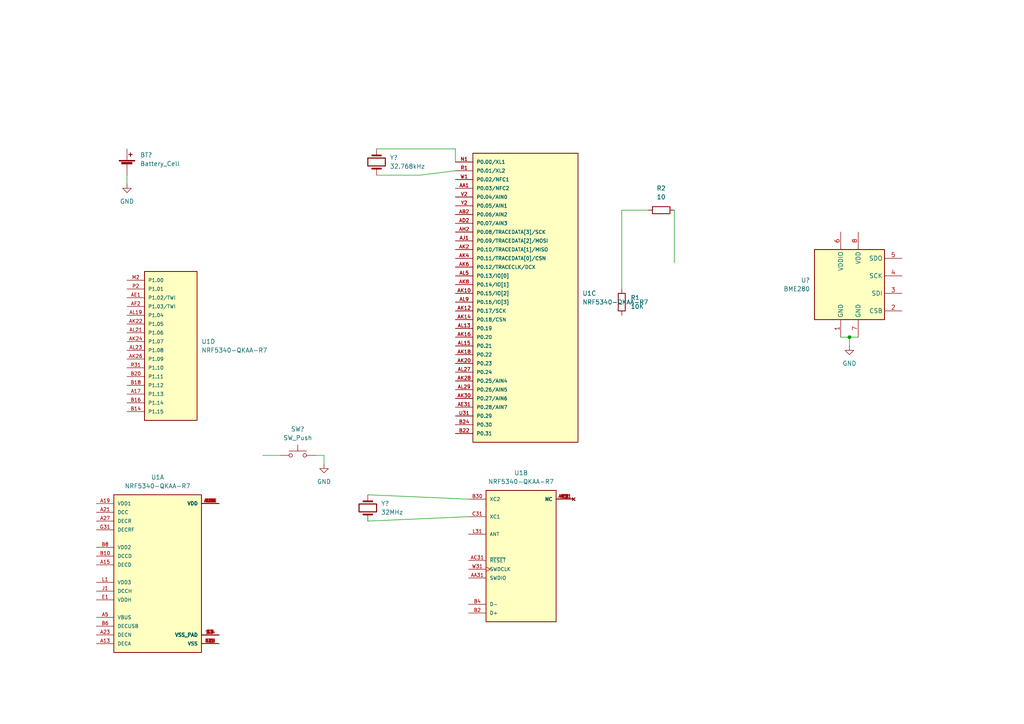
<source format=kicad_sch>
(kicad_sch (version 20211123) (generator eeschema)
  (paper "A4")
  (lib_symbols
    (symbol "Device:Battery_Cell" (pin_numbers hide) (pin_names (offset 0) hide)
      (property "Reference" "BT" (at 2.54 2.54 0))
      (property "Value" "Battery_Cell" (at 2.54 0 0))
      (symbol "Battery_Cell_0_1"
        (rectangle (start -2.286 1.778) (end 2.286 1.524) (fill (type outline)))
        (rectangle (start -1.5748 1.1938) (end 1.4732 0.6858) (fill (type outline)))
        (polyline (pts (xy 0 0.762) (xy 0 0)))
        (polyline (pts (xy 0 1.778) (xy 0 2.54)))
        (polyline (pts (xy 0.508 3.429) (xy 1.524 3.429)) (stroke (width 0.254)))
        (polyline (pts (xy 1.016 3.937) (xy 1.016 2.921)) (stroke (width 0.254)))
      )
      (symbol "Battery_Cell_1_1"
        (pin passive line (at 0 5.08 270) (length 2.54) (name "+") (number "1"))
        (pin passive line (at 0 -2.54 90) (length 2.54) (name "-") (number "2"))
      )
    )
    (symbol "Device:Crystal" (pin_numbers hide) (pin_names (offset 1.016) hide)
      (property "Reference" "Y" (at 0 3.81 0))
      (property "Value" "Crystal" (at 0 -3.81 0))
      (symbol "Crystal_0_1"
        (rectangle (start -1.143 2.54) (end 1.143 -2.54) (stroke (width 0.3048)))
        (polyline (pts (xy -2.54 0) (xy -1.905 0)))
        (polyline (pts (xy -1.905 -1.27) (xy -1.905 1.27)) (stroke (width 0.508)))
        (polyline (pts (xy 1.905 -1.27) (xy 1.905 1.27)) (stroke (width 0.508)))
        (polyline (pts (xy 2.54 0) (xy 1.905 0)))
      )
      (symbol "Crystal_1_1"
        (pin passive line (at -3.81 0 0) (length 1.27) (name "1") (number "1"))
        (pin passive line (at 3.81 0 180) (length 1.27) (name "2") (number "2"))
      )
    )
    (symbol "Device:R" (pin_numbers hide) (pin_names (offset 0))
      (property "Reference" "R" (at 2.032 0 90))
      (property "Value" "R" (at 0 0 90))
      (symbol "R_0_1"
        (rectangle (start -1.016 -2.54) (end 1.016 2.54) (stroke (width 0.254)))
      )
      (symbol "R_1_1"
        (pin passive line (at 0 3.81 270) (length 1.27) (name "~") (number "1"))
        (pin passive line (at 0 -3.81 90) (length 1.27) (name "~") (number "2"))
      )
    )
    (symbol "NRF5340-QKAA-R7:NRF5340-QKAA-R7" (pin_names (offset 1.016))
      (property "Reference" "U" (at -12.7 23.622 0))
      (property "Value" "NRF5340-QKAA-R7" (at -12.7 -25.4 0))
      (symbol "NRF5340-QKAA-R7_1_0"
        (rectangle (start -12.7 -22.86) (end 12.7 22.86) (stroke (width 0.254)) (fill (type background)))
        (pin power_in line (at 17.78 -17.78 180) (length 5.08) (name "VSS_PAD") (number "104"))
        (pin power_in line (at 17.78 -17.78 180) (length 5.08) (name "VSS_PAD") (number "35"))
        (pin power_in line (at 17.78 -17.78 180) (length 5.08) (name "VSS_PAD") (number "36"))
        (pin power_in line (at 17.78 -17.78 180) (length 5.08) (name "VSS_PAD") (number "37"))
        (pin power_in line (at 17.78 -17.78 180) (length 5.08) (name "VSS_PAD") (number "38"))
        (pin power_in line (at 17.78 -17.78 180) (length 5.08) (name "VSS_PAD") (number "39"))
        (pin power_in line (at 17.78 -17.78 180) (length 5.08) (name "VSS_PAD") (number "40"))
        (pin power_in line (at 17.78 -17.78 180) (length 5.08) (name "VSS_PAD") (number "41"))
        (pin power_in line (at 17.78 -17.78 180) (length 5.08) (name "VSS_PAD") (number "43"))
        (pin power_in line (at 17.78 -17.78 180) (length 5.08) (name "VSS_PAD") (number "44"))
        (pin power_in line (at 17.78 -17.78 180) (length 5.08) (name "VSS_PAD") (number "45"))
        (pin power_in line (at 17.78 -17.78 180) (length 5.08) (name "VSS_PAD") (number "46"))
        (pin power_in line (at 17.78 -17.78 180) (length 5.08) (name "VSS_PAD") (number "47"))
        (pin power_in line (at 17.78 -17.78 180) (length 5.08) (name "VSS_PAD") (number "48"))
        (pin power_in line (at 17.78 -17.78 180) (length 5.08) (name "VSS_PAD") (number "49"))
        (pin power_in line (at 17.78 -17.78 180) (length 5.08) (name "VSS_PAD") (number "50"))
        (pin power_in line (at 17.78 -17.78 180) (length 5.08) (name "VSS_PAD") (number "51"))
        (pin power_in line (at -17.78 -20.32 0) (length 5.08) (name "DECA") (number "A13"))
        (pin power_in line (at -17.78 2.54 0) (length 5.08) (name "DECD") (number "A15"))
        (pin power_in line (at -17.78 20.32 0) (length 5.08) (name "VDD1") (number "A19"))
        (pin power_in line (at -17.78 17.78 0) (length 5.08) (name "DCC") (number "A21"))
        (pin power_in line (at -17.78 -17.78 0) (length 5.08) (name "DECN") (number "A23"))
        (pin power_in line (at 17.78 -20.32 180) (length 5.08) (name "VSS") (number "A25"))
        (pin power_in line (at -17.78 15.24 0) (length 5.08) (name "DECR") (number "A27"))
        (pin power_in line (at -17.78 -12.7 0) (length 5.08) (name "VBUS") (number "A5"))
        (pin power_in line (at 17.78 20.32 180) (length 5.08) (name "VDD") (number "AC1"))
        (pin power_in line (at 17.78 20.32 180) (length 5.08) (name "VDD") (number "AG1"))
        (pin power_in line (at 17.78 20.32 180) (length 5.08) (name "VDD") (number "AJ31"))
        (pin power_in line (at 17.78 20.32 180) (length 5.08) (name "VDD") (number "AL11"))
        (pin power_in line (at 17.78 20.32 180) (length 5.08) (name "VDD") (number "AL17"))
        (pin power_in line (at 17.78 20.32 180) (length 5.08) (name "VDD") (number "AL25"))
        (pin power_in line (at 17.78 20.32 180) (length 5.08) (name "VDD") (number "AL3"))
        (pin power_in line (at 17.78 20.32 180) (length 5.08) (name "VDD") (number "AL7"))
        (pin power_in line (at -17.78 5.08 0) (length 5.08) (name "DCCD") (number "B10"))
        (pin power_in line (at 17.78 -20.32 180) (length 5.08) (name "VSS") (number "B12"))
        (pin power_in line (at 17.78 -20.32 180) (length 5.08) (name "VSS") (number "B26"))
        (pin power_in line (at 17.78 20.32 180) (length 5.08) (name "VDD") (number "B28"))
        (pin power_in line (at -17.78 -15.24 0) (length 5.08) (name "DECUSB") (number "B6"))
        (pin power_in line (at -17.78 7.62 0) (length 5.08) (name "VDD2") (number "B8"))
        (pin power_in line (at 17.78 20.32 180) (length 5.08) (name "VDD") (number "C1"))
        (pin power_in line (at -17.78 -7.62 0) (length 5.08) (name "VDDH") (number "E1"))
        (pin power_in line (at 17.78 20.32 180) (length 5.08) (name "VDD") (number "E31"))
        (pin power_in line (at 17.78 -20.32 180) (length 5.08) (name "VSS") (number "G1"))
        (pin power_in line (at -17.78 12.7 0) (length 5.08) (name "DECRF") (number "G31"))
        (pin power_in line (at 17.78 -20.32 180) (length 5.08) (name "VSS") (number "H2"))
        (pin power_in line (at -17.78 -5.08 0) (length 5.08) (name "DCCH") (number "J1"))
        (pin power_in line (at 17.78 -20.32 180) (length 5.08) (name "VSS") (number "J31"))
        (pin power_in line (at -17.78 -2.54 0) (length 5.08) (name "VDD3") (number "L1"))
        (pin power_in line (at 17.78 20.32 180) (length 5.08) (name "VDD") (number "N31"))
        (pin power_in line (at 17.78 20.32 180) (length 5.08) (name "VDD") (number "U1"))
      )
      (symbol "NRF5340-QKAA-R7_2_0"
        (rectangle (start -10.16 -17.78) (end 10.16 20.32) (stroke (width 0.254)) (fill (type background)))
        (pin no_connect line (at 15.24 17.78 180) (length 5.08) (name "NC") (number "A1"))
        (pin no_connect line (at 15.24 17.78 180) (length 5.08) (name "NC") (number "A31"))
        (pin bidirectional line (at -15.24 -5.08 0) (length 5.08) (name "SWDIO") (number "AA31"))
        (pin input line (at -15.24 0 0) (length 5.08) (name "~{RESET}") (number "AC31"))
        (pin no_connect line (at 15.24 17.78 180) (length 5.08) (name "NC") (number "AG31"))
        (pin no_connect line (at 15.24 17.78 180) (length 5.08) (name "NC") (number "AL1"))
        (pin no_connect line (at 15.24 17.78 180) (length 5.08) (name "NC") (number "AL31"))
        (pin bidirectional line (at -15.24 -15.24 0) (length 5.08) (name "D+") (number "B2"))
        (pin output line (at -15.24 17.78 0) (length 5.08) (name "XC2") (number "B30"))
        (pin bidirectional line (at -15.24 -12.7 0) (length 5.08) (name "D-") (number "B4"))
        (pin input line (at -15.24 12.7 0) (length 5.08) (name "XC1") (number "C31"))
        (pin no_connect line (at 15.24 17.78 180) (length 5.08) (name "NC") (number "D2"))
        (pin no_connect line (at 15.24 17.78 180) (length 5.08) (name "NC") (number "F2"))
        (pin no_connect line (at 15.24 17.78 180) (length 5.08) (name "NC") (number "K2"))
        (pin bidirectional line (at -15.24 7.62 0) (length 5.08) (name "ANT") (number "L31"))
        (pin no_connect line (at 15.24 17.78 180) (length 5.08) (name "NC") (number "T2"))
        (pin input clock (at -15.24 -2.54 0) (length 5.08) (name "SWDCLK") (number "W31"))
      )
      (symbol "NRF5340-QKAA-R7_3_0"
        (rectangle (start -15.24 -43.18) (end 15.24 40.64) (stroke (width 0.254)) (fill (type background)))
        (pin bidirectional line (at -20.32 30.48 0) (length 5.08) (name "P0.03/NFC2") (number "AA1"))
        (pin bidirectional line (at -20.32 22.86 0) (length 5.08) (name "P0.06/AIN2") (number "AB2"))
        (pin bidirectional line (at -20.32 20.32 0) (length 5.08) (name "P0.07/AIN3") (number "AD2"))
        (pin bidirectional line (at -20.32 -33.02 0) (length 5.08) (name "P0.28/AIN7") (number "AE31"))
        (pin bidirectional line (at -20.32 17.78 0) (length 5.08) (name "P0.08/TRACEDATA[3]/SCK") (number "AH2"))
        (pin bidirectional line (at -20.32 15.24 0) (length 5.08) (name "P0.09/TRACEDATA[2]/MOSI") (number "AJ1"))
        (pin bidirectional line (at -20.32 0 0) (length 5.08) (name "P0.15/IO[2]") (number "AK10"))
        (pin bidirectional line (at -20.32 -5.08 0) (length 5.08) (name "P0.17/SCK") (number "AK12"))
        (pin bidirectional line (at -20.32 -7.62 0) (length 5.08) (name "P0.18/CSN") (number "AK14"))
        (pin bidirectional line (at -20.32 -12.7 0) (length 5.08) (name "P0.20") (number "AK16"))
        (pin bidirectional line (at -20.32 -17.78 0) (length 5.08) (name "P0.22") (number "AK18"))
        (pin bidirectional line (at -20.32 12.7 0) (length 5.08) (name "P0.10/TRACEDATA[1]/MISO") (number "AK2"))
        (pin bidirectional line (at -20.32 -20.32 0) (length 5.08) (name "P0.23") (number "AK20"))
        (pin bidirectional line (at -20.32 -25.4 0) (length 5.08) (name "P0.25/AIN4") (number "AK28"))
        (pin bidirectional line (at -20.32 -30.48 0) (length 5.08) (name "P0.27/AIN6") (number "AK30"))
        (pin bidirectional line (at -20.32 10.16 0) (length 5.08) (name "P0.11/TRACEDATA[0]/CSN") (number "AK4"))
        (pin bidirectional line (at -20.32 7.62 0) (length 5.08) (name "P0.12/TRACECLK/DCX") (number "AK6"))
        (pin bidirectional line (at -20.32 2.54 0) (length 5.08) (name "P0.14/IO[1]") (number "AK8"))
        (pin bidirectional line (at -20.32 -10.16 0) (length 5.08) (name "P0.19") (number "AL13"))
        (pin bidirectional line (at -20.32 -15.24 0) (length 5.08) (name "P0.21") (number "AL15"))
        (pin bidirectional line (at -20.32 -22.86 0) (length 5.08) (name "P0.24") (number "AL27"))
        (pin bidirectional line (at -20.32 -27.94 0) (length 5.08) (name "P0.26/AIN5") (number "AL29"))
        (pin bidirectional line (at -20.32 5.08 0) (length 5.08) (name "P0.13/IO[0]") (number "AL5"))
        (pin bidirectional line (at -20.32 -2.54 0) (length 5.08) (name "P0.16/IO[3]") (number "AL9"))
        (pin bidirectional line (at -20.32 -40.64 0) (length 5.08) (name "P0.31") (number "B22"))
        (pin bidirectional line (at -20.32 -38.1 0) (length 5.08) (name "P0.30") (number "B24"))
        (pin bidirectional line (at -20.32 38.1 0) (length 5.08) (name "P0.00/XL1") (number "N1"))
        (pin bidirectional line (at -20.32 35.56 0) (length 5.08) (name "P0.01/XL2") (number "R1"))
        (pin bidirectional line (at -20.32 -35.56 0) (length 5.08) (name "P0.29") (number "U31"))
        (pin bidirectional line (at -20.32 27.94 0) (length 5.08) (name "P0.04/AIN0") (number "V2"))
        (pin bidirectional line (at -20.32 33.02 0) (length 5.08) (name "P0.02/NFC1") (number "W1"))
        (pin bidirectional line (at -20.32 25.4 0) (length 5.08) (name "P0.05/AIN1") (number "Y2"))
      )
      (symbol "NRF5340-QKAA-R7_4_0"
        (rectangle (start -7.62 -22.86) (end 7.62 20.32) (stroke (width 0.254)) (fill (type background)))
        (pin bidirectional line (at -12.7 -15.24 0) (length 5.08) (name "P1.13") (number "A17"))
        (pin bidirectional line (at -12.7 12.7 0) (length 5.08) (name "P1.02/TWI") (number "AE1"))
        (pin bidirectional line (at -12.7 10.16 0) (length 5.08) (name "P1.03/TWI") (number "AF2"))
        (pin bidirectional line (at -12.7 5.08 0) (length 5.08) (name "P1.05") (number "AK22"))
        (pin bidirectional line (at -12.7 0 0) (length 5.08) (name "P1.07") (number "AK24"))
        (pin bidirectional line (at -12.7 -5.08 0) (length 5.08) (name "P1.09") (number "AK26"))
        (pin bidirectional line (at -12.7 7.62 0) (length 5.08) (name "P1.04") (number "AL19"))
        (pin bidirectional line (at -12.7 2.54 0) (length 5.08) (name "P1.06") (number "AL21"))
        (pin bidirectional line (at -12.7 -2.54 0) (length 5.08) (name "P1.08") (number "AL23"))
        (pin bidirectional line (at -12.7 -20.32 0) (length 5.08) (name "P1.15") (number "B14"))
        (pin bidirectional line (at -12.7 -17.78 0) (length 5.08) (name "P1.14") (number "B16"))
        (pin bidirectional line (at -12.7 -12.7 0) (length 5.08) (name "P1.12") (number "B18"))
        (pin bidirectional line (at -12.7 -10.16 0) (length 5.08) (name "P1.11") (number "B20"))
        (pin bidirectional line (at -12.7 17.78 0) (length 5.08) (name "P1.00") (number "M2"))
        (pin bidirectional line (at -12.7 15.24 0) (length 5.08) (name "P1.01") (number "P2"))
        (pin bidirectional line (at -12.7 -7.62 0) (length 5.08) (name "P1.10") (number "R31"))
      )
    )
    (symbol "NRF5340-QKAA-R7_1" (pin_names (offset 1.016))
      (property "Reference" "U" (at -12.7 23.622 0))
      (property "Value" "NRF5340-QKAA-R7_1" (at -12.7 -25.4 0))
      (symbol "NRF5340-QKAA-R7_1_1_0"
        (rectangle (start -12.7 -22.86) (end 12.7 22.86) (stroke (width 0.254)) (fill (type background)))
        (pin power_in line (at 17.78 -17.78 180) (length 5.08) (name "VSS_PAD") (number "104"))
        (pin power_in line (at 17.78 -17.78 180) (length 5.08) (name "VSS_PAD") (number "35"))
        (pin power_in line (at 17.78 -17.78 180) (length 5.08) (name "VSS_PAD") (number "36"))
        (pin power_in line (at 17.78 -17.78 180) (length 5.08) (name "VSS_PAD") (number "37"))
        (pin power_in line (at 17.78 -17.78 180) (length 5.08) (name "VSS_PAD") (number "38"))
        (pin power_in line (at 17.78 -17.78 180) (length 5.08) (name "VSS_PAD") (number "39"))
        (pin power_in line (at 17.78 -17.78 180) (length 5.08) (name "VSS_PAD") (number "40"))
        (pin power_in line (at 17.78 -17.78 180) (length 5.08) (name "VSS_PAD") (number "41"))
        (pin power_in line (at 17.78 -17.78 180) (length 5.08) (name "VSS_PAD") (number "43"))
        (pin power_in line (at 17.78 -17.78 180) (length 5.08) (name "VSS_PAD") (number "44"))
        (pin power_in line (at 17.78 -17.78 180) (length 5.08) (name "VSS_PAD") (number "45"))
        (pin power_in line (at 17.78 -17.78 180) (length 5.08) (name "VSS_PAD") (number "46"))
        (pin power_in line (at 17.78 -17.78 180) (length 5.08) (name "VSS_PAD") (number "47"))
        (pin power_in line (at 17.78 -17.78 180) (length 5.08) (name "VSS_PAD") (number "48"))
        (pin power_in line (at 17.78 -17.78 180) (length 5.08) (name "VSS_PAD") (number "49"))
        (pin power_in line (at 17.78 -17.78 180) (length 5.08) (name "VSS_PAD") (number "50"))
        (pin power_in line (at 17.78 -17.78 180) (length 5.08) (name "VSS_PAD") (number "51"))
        (pin power_in line (at -17.78 -20.32 0) (length 5.08) (name "DECA") (number "A13"))
        (pin power_in line (at -17.78 2.54 0) (length 5.08) (name "DECD") (number "A15"))
        (pin power_in line (at -17.78 20.32 0) (length 5.08) (name "VDD1") (number "A19"))
        (pin power_in line (at -17.78 17.78 0) (length 5.08) (name "DCC") (number "A21"))
        (pin power_in line (at -17.78 -17.78 0) (length 5.08) (name "DECN") (number "A23"))
        (pin power_in line (at 17.78 -20.32 180) (length 5.08) (name "VSS") (number "A25"))
        (pin power_in line (at -17.78 15.24 0) (length 5.08) (name "DECR") (number "A27"))
        (pin power_in line (at -17.78 -12.7 0) (length 5.08) (name "VBUS") (number "A5"))
        (pin power_in line (at 17.78 20.32 180) (length 5.08) (name "VDD") (number "AC1"))
        (pin power_in line (at 17.78 20.32 180) (length 5.08) (name "VDD") (number "AG1"))
        (pin power_in line (at 17.78 20.32 180) (length 5.08) (name "VDD") (number "AJ31"))
        (pin power_in line (at 17.78 20.32 180) (length 5.08) (name "VDD") (number "AL11"))
        (pin power_in line (at 17.78 20.32 180) (length 5.08) (name "VDD") (number "AL17"))
        (pin power_in line (at 17.78 20.32 180) (length 5.08) (name "VDD") (number "AL25"))
        (pin power_in line (at 17.78 20.32 180) (length 5.08) (name "VDD") (number "AL3"))
        (pin power_in line (at 17.78 20.32 180) (length 5.08) (name "VDD") (number "AL7"))
        (pin power_in line (at -17.78 5.08 0) (length 5.08) (name "DCCD") (number "B10"))
        (pin power_in line (at 17.78 -20.32 180) (length 5.08) (name "VSS") (number "B12"))
        (pin power_in line (at 17.78 -20.32 180) (length 5.08) (name "VSS") (number "B26"))
        (pin power_in line (at 17.78 20.32 180) (length 5.08) (name "VDD") (number "B28"))
        (pin power_in line (at -17.78 -15.24 0) (length 5.08) (name "DECUSB") (number "B6"))
        (pin power_in line (at -17.78 7.62 0) (length 5.08) (name "VDD2") (number "B8"))
        (pin power_in line (at 17.78 20.32 180) (length 5.08) (name "VDD") (number "C1"))
        (pin power_in line (at -17.78 -7.62 0) (length 5.08) (name "VDDH") (number "E1"))
        (pin power_in line (at 17.78 20.32 180) (length 5.08) (name "VDD") (number "E31"))
        (pin power_in line (at 17.78 -20.32 180) (length 5.08) (name "VSS") (number "G1"))
        (pin power_in line (at -17.78 12.7 0) (length 5.08) (name "DECRF") (number "G31"))
        (pin power_in line (at 17.78 -20.32 180) (length 5.08) (name "VSS") (number "H2"))
        (pin power_in line (at -17.78 -5.08 0) (length 5.08) (name "DCCH") (number "J1"))
        (pin power_in line (at 17.78 -20.32 180) (length 5.08) (name "VSS") (number "J31"))
        (pin power_in line (at -17.78 -2.54 0) (length 5.08) (name "VDD3") (number "L1"))
        (pin power_in line (at 17.78 20.32 180) (length 5.08) (name "VDD") (number "N31"))
        (pin power_in line (at 17.78 20.32 180) (length 5.08) (name "VDD") (number "U1"))
      )
      (symbol "NRF5340-QKAA-R7_1_2_0"
        (rectangle (start -10.16 -17.78) (end 10.16 20.32) (stroke (width 0.254)) (fill (type background)))
        (pin no_connect line (at 15.24 17.78 180) (length 5.08) (name "NC") (number "A1"))
        (pin no_connect line (at 15.24 17.78 180) (length 5.08) (name "NC") (number "A31"))
        (pin bidirectional line (at -15.24 -5.08 0) (length 5.08) (name "SWDIO") (number "AA31"))
        (pin input line (at -15.24 0 0) (length 5.08) (name "~{RESET}") (number "AC31"))
        (pin no_connect line (at 15.24 17.78 180) (length 5.08) (name "NC") (number "AG31"))
        (pin no_connect line (at 15.24 17.78 180) (length 5.08) (name "NC") (number "AL1"))
        (pin no_connect line (at 15.24 17.78 180) (length 5.08) (name "NC") (number "AL31"))
        (pin bidirectional line (at -15.24 -15.24 0) (length 5.08) (name "D+") (number "B2"))
        (pin output line (at -15.24 17.78 0) (length 5.08) (name "XC2") (number "B30"))
        (pin bidirectional line (at -15.24 -12.7 0) (length 5.08) (name "D-") (number "B4"))
        (pin input line (at -15.24 12.7 0) (length 5.08) (name "XC1") (number "C31"))
        (pin no_connect line (at 15.24 17.78 180) (length 5.08) (name "NC") (number "D2"))
        (pin no_connect line (at 15.24 17.78 180) (length 5.08) (name "NC") (number "F2"))
        (pin no_connect line (at 15.24 17.78 180) (length 5.08) (name "NC") (number "K2"))
        (pin bidirectional line (at -15.24 7.62 0) (length 5.08) (name "ANT") (number "L31"))
        (pin no_connect line (at 15.24 17.78 180) (length 5.08) (name "NC") (number "T2"))
        (pin input clock (at -15.24 -2.54 0) (length 5.08) (name "SWDCLK") (number "W31"))
      )
      (symbol "NRF5340-QKAA-R7_1_3_0"
        (rectangle (start -15.24 -43.18) (end 15.24 40.64) (stroke (width 0.254)) (fill (type background)))
        (pin bidirectional line (at -20.32 30.48 0) (length 5.08) (name "P0.03/NFC2") (number "AA1"))
        (pin bidirectional line (at -20.32 22.86 0) (length 5.08) (name "P0.06/AIN2") (number "AB2"))
        (pin bidirectional line (at -20.32 20.32 0) (length 5.08) (name "P0.07/AIN3") (number "AD2"))
        (pin bidirectional line (at -20.32 -33.02 0) (length 5.08) (name "P0.28/AIN7") (number "AE31"))
        (pin bidirectional line (at -20.32 17.78 0) (length 5.08) (name "P0.08/TRACEDATA[3]/SCK") (number "AH2"))
        (pin bidirectional line (at -20.32 15.24 0) (length 5.08) (name "P0.09/TRACEDATA[2]/MOSI") (number "AJ1"))
        (pin bidirectional line (at -20.32 0 0) (length 5.08) (name "P0.15/IO[2]") (number "AK10"))
        (pin bidirectional line (at -20.32 -5.08 0) (length 5.08) (name "P0.17/SCK") (number "AK12"))
        (pin bidirectional line (at -20.32 -7.62 0) (length 5.08) (name "P0.18/CSN") (number "AK14"))
        (pin bidirectional line (at -20.32 -12.7 0) (length 5.08) (name "P0.20") (number "AK16"))
        (pin bidirectional line (at -20.32 -17.78 0) (length 5.08) (name "P0.22") (number "AK18"))
        (pin bidirectional line (at -20.32 12.7 0) (length 5.08) (name "P0.10/TRACEDATA[1]/MISO") (number "AK2"))
        (pin bidirectional line (at -20.32 -20.32 0) (length 5.08) (name "P0.23") (number "AK20"))
        (pin bidirectional line (at -20.32 -25.4 0) (length 5.08) (name "P0.25/AIN4") (number "AK28"))
        (pin bidirectional line (at -20.32 -30.48 0) (length 5.08) (name "P0.27/AIN6") (number "AK30"))
        (pin bidirectional line (at -20.32 10.16 0) (length 5.08) (name "P0.11/TRACEDATA[0]/CSN") (number "AK4"))
        (pin bidirectional line (at -20.32 7.62 0) (length 5.08) (name "P0.12/TRACECLK/DCX") (number "AK6"))
        (pin bidirectional line (at -20.32 2.54 0) (length 5.08) (name "P0.14/IO[1]") (number "AK8"))
        (pin bidirectional line (at -20.32 -10.16 0) (length 5.08) (name "P0.19") (number "AL13"))
        (pin bidirectional line (at -20.32 -15.24 0) (length 5.08) (name "P0.21") (number "AL15"))
        (pin bidirectional line (at -20.32 -22.86 0) (length 5.08) (name "P0.24") (number "AL27"))
        (pin bidirectional line (at -20.32 -27.94 0) (length 5.08) (name "P0.26/AIN5") (number "AL29"))
        (pin bidirectional line (at -20.32 5.08 0) (length 5.08) (name "P0.13/IO[0]") (number "AL5"))
        (pin bidirectional line (at -20.32 -2.54 0) (length 5.08) (name "P0.16/IO[3]") (number "AL9"))
        (pin bidirectional line (at -20.32 -40.64 0) (length 5.08) (name "P0.31") (number "B22"))
        (pin bidirectional line (at -20.32 -38.1 0) (length 5.08) (name "P0.30") (number "B24"))
        (pin bidirectional line (at -20.32 38.1 0) (length 5.08) (name "P0.00/XL1") (number "N1"))
        (pin bidirectional line (at -20.32 35.56 0) (length 5.08) (name "P0.01/XL2") (number "R1"))
        (pin bidirectional line (at -20.32 -35.56 0) (length 5.08) (name "P0.29") (number "U31"))
        (pin bidirectional line (at -20.32 27.94 0) (length 5.08) (name "P0.04/AIN0") (number "V2"))
        (pin bidirectional line (at -20.32 33.02 0) (length 5.08) (name "P0.02/NFC1") (number "W1"))
        (pin bidirectional line (at -20.32 25.4 0) (length 5.08) (name "P0.05/AIN1") (number "Y2"))
      )
      (symbol "NRF5340-QKAA-R7_1_4_0"
        (rectangle (start -7.62 -22.86) (end 7.62 20.32) (stroke (width 0.254)) (fill (type background)))
        (pin bidirectional line (at -12.7 -15.24 0) (length 5.08) (name "P1.13") (number "A17"))
        (pin bidirectional line (at -12.7 12.7 0) (length 5.08) (name "P1.02/TWI") (number "AE1"))
        (pin bidirectional line (at -12.7 10.16 0) (length 5.08) (name "P1.03/TWI") (number "AF2"))
        (pin bidirectional line (at -12.7 5.08 0) (length 5.08) (name "P1.05") (number "AK22"))
        (pin bidirectional line (at -12.7 0 0) (length 5.08) (name "P1.07") (number "AK24"))
        (pin bidirectional line (at -12.7 -5.08 0) (length 5.08) (name "P1.09") (number "AK26"))
        (pin bidirectional line (at -12.7 7.62 0) (length 5.08) (name "P1.04") (number "AL19"))
        (pin bidirectional line (at -12.7 2.54 0) (length 5.08) (name "P1.06") (number "AL21"))
        (pin bidirectional line (at -12.7 -2.54 0) (length 5.08) (name "P1.08") (number "AL23"))
        (pin bidirectional line (at -12.7 -20.32 0) (length 5.08) (name "P1.15") (number "B14"))
        (pin bidirectional line (at -12.7 -17.78 0) (length 5.08) (name "P1.14") (number "B16"))
        (pin bidirectional line (at -12.7 -12.7 0) (length 5.08) (name "P1.12") (number "B18"))
        (pin bidirectional line (at -12.7 -10.16 0) (length 5.08) (name "P1.11") (number "B20"))
        (pin bidirectional line (at -12.7 17.78 0) (length 5.08) (name "P1.00") (number "M2"))
        (pin bidirectional line (at -12.7 15.24 0) (length 5.08) (name "P1.01") (number "P2"))
        (pin bidirectional line (at -12.7 -7.62 0) (length 5.08) (name "P1.10") (number "R31"))
      )
    )
    (symbol "Sensor:BME280"
      (property "Reference" "U" (at -8.89 11.43 0))
      (property "Value" "BME280" (at 7.62 11.43 0))
      (symbol "BME280_0_1"
        (rectangle (start -10.16 10.16) (end 10.16 -10.16) (stroke (width 0.254)) (fill (type background)))
      )
      (symbol "BME280_1_1"
        (pin power_in line (at -2.54 -15.24 90) (length 5.08) (name "GND") (number "1"))
        (pin input line (at 15.24 -7.62 180) (length 5.08) (name "CSB") (number "2"))
        (pin bidirectional line (at 15.24 -2.54 180) (length 5.08) (name "SDI") (number "3"))
        (pin input line (at 15.24 2.54 180) (length 5.08) (name "SCK") (number "4"))
        (pin bidirectional line (at 15.24 7.62 180) (length 5.08) (name "SDO") (number "5"))
        (pin power_in line (at -2.54 15.24 270) (length 5.08) (name "VDDIO") (number "6"))
        (pin power_in line (at 2.54 -15.24 90) (length 5.08) (name "GND") (number "7"))
        (pin power_in line (at 2.54 15.24 270) (length 5.08) (name "VDD") (number "8"))
      )
    )
    (symbol "Switch:SW_Push" (pin_numbers hide) (pin_names (offset 1.016) hide)
      (property "Reference" "SW" (at 1.27 2.54 0))
      (property "Value" "SW_Push" (at 0 -1.524 0))
      (symbol "SW_Push_0_1"
        (circle (center -2.032 0) (radius 0.508))
        (polyline (pts (xy 0 1.27) (xy 0 3.048)))
        (polyline (pts (xy 2.54 1.27) (xy -2.54 1.27)))
        (circle (center 2.032 0) (radius 0.508))
        (pin passive line (at -5.08 0 0) (length 2.54) (name "1") (number "1"))
        (pin passive line (at 5.08 0 180) (length 2.54) (name "2") (number "2"))
      )
    )
    (symbol "power:GND" (power) (pin_names (offset 0))
      (property "Value" "GND" (at 0 -3.81 0))
      (symbol "GND_0_1"
        (polyline (pts (xy 0 0) (xy 0 -1.27) (xy 1.27 -1.27) (xy 0 -2.54) (xy -1.27 -1.27) (xy 0 -1.27)))
      )
      (symbol "GND_1_1"
        (pin power_in line (at 0 0 270) (length 0) hide (name "GND") (number "1"))
      )
    )
  )
  (junction (at 246.38 97.79))
  (wire (pts (xy 109.22 43.18) (xy 132.08 43.18)))
  (wire (pts (xy 93.98 132.08) (xy 93.98 134.62)))
  (wire (pts (xy 106.68 143.51) (xy 135.89 144.78)))
  (wire (pts (xy 195.58 60.96) (xy 195.58 76.2)))
  (wire (pts (xy 246.38 97.79) (xy 248.92 97.79)))
  (wire (pts (xy 76.2 132.08) (xy 81.28 132.08)))
  (wire (pts (xy 91.44 132.08) (xy 93.98 132.08)))
  (wire (pts (xy 109.22 50.8) (xy 121.92 50.8)))
  (wire (pts (xy 36.83 50.8) (xy 36.83 53.34)))
  (wire (pts (xy 132.08 43.18) (xy 132.08 46.99)))
  (wire (pts (xy 106.68 151.13) (xy 135.89 149.86)))
  (wire (pts (xy 243.84 97.79) (xy 246.38 97.79)))
  (wire (pts (xy 180.34 83.82) (xy 180.34 60.96)))
  (wire (pts (xy 180.34 60.96) (xy 187.96 60.96)))
  (wire (pts (xy 246.38 97.79) (xy 246.38 100.33)))
  (wire (pts (xy 121.92 50.8) (xy 132.08 49.53)))
  (symbol (lib_id "Sensor:BME280") (at 246.38 82.55 0) (unit 1)
    (property "Reference" "U?" (at 234.95 81.2799 0) (effects (justify right)))
    (property "Value" "BME280" (at 234.95 83.8199 0) (effects (justify right)))
    (property "Footprint" "Package_LGA:Bosch_LGA-8_2.5x2.5mm_P0.65mm_ClockwisePinNumbering" (effects hide))
    (property "Datasheet" "https://ae-bst.resource.bosch.com/media/_tech/media/datasheets/BST-BME280-DS002.pdf" (effects hide))
  )
  (symbol (lib_id "Device:Battery_Cell") (at 36.83 48.26 0) (unit 1)
    (property "Reference" "BT?" (at 40.64 44.9579 0) (effects (justify left)))
    (property "Value" "Battery_Cell" (at 40.64 47.4979 0) (effects (justify left)))
  )
  (symbol (lib_name "NRF5340-QKAA-R7_1") (lib_id "NRF5340-QKAA-R7:NRF5340-QKAA-R7") (at 45.72 166.37 0) (unit 1)
    (property "Reference" "U1" (at 45.72 138.43 0))
    (property "Value" "NRF5340-QKAA-R7" (at 45.72 140.97 0))
    (property "Footprint" "XCVR_NRF5340-QKAA-R7" (effects hide))
    (property "MANUFACTURER" "Nordic Semiconductor" (effects hide))
    (property "MAXIMUM_PACKAGE_HEIGHT" "0.85mm" (effects hide))
    (property "STANDARD" "Manufacturer Recommendations" (effects hide))
    (property "PARTREV" "1.0" (effects hide))
  )
  (symbol (lib_id "NRF5340-QKAA-R7:NRF5340-QKAA-R7") (at 152.4 85.09 0) (unit 3)
    (property "Reference" "U1" (at 168.91 85.0899 0) (effects (justify left)))
    (property "Value" "NRF5340-QKAA-R7" (at 168.91 87.6299 0) (effects (justify left)))
    (property "Footprint" "XCVR_NRF5340-QKAA-R7" (effects hide))
    (property "MANUFACTURER" "Nordic Semiconductor" (effects hide))
    (property "MAXIMUM_PACKAGE_HEIGHT" "0.85mm" (effects hide))
    (property "STANDARD" "Manufacturer Recommendations" (effects hide))
    (property "PARTREV" "1.0" (effects hide))
  )
  (symbol (lib_id "Device:R") (at 191.77 60.96 270) (unit 1)
    (property "Reference" "R2" (at 191.77 54.61 90))
    (property "Value" "10" (at 191.77 57.15 90))
  )
  (symbol (lib_id "power:GND") (at 246.38 100.33 0) (unit 1)
    (property "Reference" "#PWR?" (effects hide))
    (property "Value" "GND" (at 246.38 105.41 0))
  )
  (symbol (lib_id "Device:R") (at 180.34 87.63 0) (unit 1)
    (property "Reference" "R1" (at 182.88 86.3599 0) (effects (justify left)))
    (property "Value" "10K" (at 182.88 88.8999 0) (effects (justify left)))
  )
  (symbol (lib_id "power:GND") (at 36.83 53.34 0) (unit 1)
    (property "Reference" "#PWR?" (effects hide))
    (property "Value" "GND" (at 36.83 58.42 0))
  )
  (symbol (lib_id "NRF5340-QKAA-R7:NRF5340-QKAA-R7") (at 49.53 99.06 0) (unit 4)
    (property "Reference" "U1" (at 58.42 99.0599 0) (effects (justify left)))
    (property "Value" "NRF5340-QKAA-R7" (at 58.42 101.5999 0) (effects (justify left)))
    (property "Footprint" "XCVR_NRF5340-QKAA-R7" (effects hide))
    (property "MANUFACTURER" "Nordic Semiconductor" (effects hide))
    (property "MAXIMUM_PACKAGE_HEIGHT" "0.85mm" (effects hide))
    (property "STANDARD" "Manufacturer Recommendations" (effects hide))
    (property "PARTREV" "1.0" (effects hide))
  )
  (symbol (lib_id "power:GND") (at 93.98 134.62 0) (unit 1)
    (property "Reference" "#PWR?" (effects hide))
    (property "Value" "GND" (at 93.98 139.7 0))
  )
  (symbol (lib_id "Switch:SW_Push") (at 86.36 132.08 0) (unit 1)
    (property "Reference" "SW?" (at 86.36 124.46 0))
    (property "Value" "SW_Push" (at 86.36 127 0))
  )
  (symbol (lib_id "Device:Crystal") (at 109.22 46.99 270) (unit 1)
    (property "Reference" "Y?" (at 113.03 45.7199 90) (effects (justify left)))
    (property "Value" "32.768kHz" (at 113.03 48.2599 90) (effects (justify left)))
  )
  (symbol (lib_id "Device:Crystal") (at 106.68 147.32 90) (unit 1)
    (property "Reference" "Y?" (at 110.49 146.0499 90) (effects (justify right)))
    (property "Value" "32MHz" (at 110.49 148.5899 90) (effects (justify right)))
  )
  (symbol (lib_id "NRF5340-QKAA-R7:NRF5340-QKAA-R7") (at 151.13 162.56 0) (unit 2)
    (property "Reference" "U1" (at 151.13 137.16 0))
    (property "Value" "NRF5340-QKAA-R7" (at 151.13 139.7 0))
    (property "Footprint" "XCVR_NRF5340-QKAA-R7" (effects hide))
    (property "MANUFACTURER" "Nordic Semiconductor" (effects hide))
    (property "MAXIMUM_PACKAGE_HEIGHT" "0.85mm" (effects hide))
    (property "STANDARD" "Manufacturer Recommendations" (effects hide))
    (property "PARTREV" "1.0" (effects hide))
  )
)
</source>
